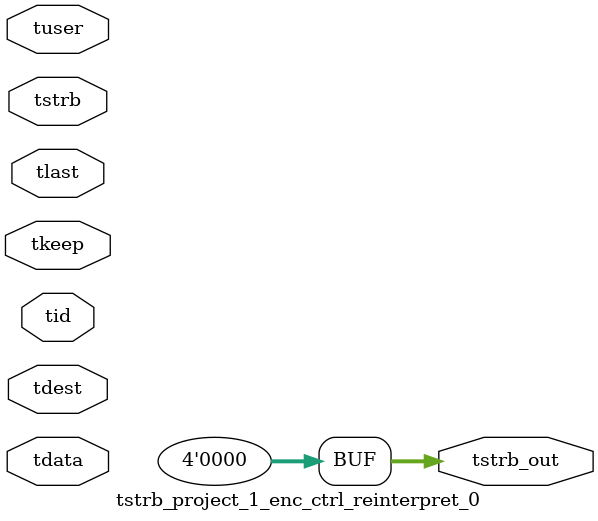
<source format=v>


`timescale 1ps/1ps

module tstrb_project_1_enc_ctrl_reinterpret_0 #
(
parameter C_S_AXIS_TDATA_WIDTH = 32,
parameter C_S_AXIS_TUSER_WIDTH = 0,
parameter C_S_AXIS_TID_WIDTH   = 0,
parameter C_S_AXIS_TDEST_WIDTH = 0,
parameter C_M_AXIS_TDATA_WIDTH = 32
)
(
input  [(C_S_AXIS_TDATA_WIDTH == 0 ? 1 : C_S_AXIS_TDATA_WIDTH)-1:0     ] tdata,
input  [(C_S_AXIS_TUSER_WIDTH == 0 ? 1 : C_S_AXIS_TUSER_WIDTH)-1:0     ] tuser,
input  [(C_S_AXIS_TID_WIDTH   == 0 ? 1 : C_S_AXIS_TID_WIDTH)-1:0       ] tid,
input  [(C_S_AXIS_TDEST_WIDTH == 0 ? 1 : C_S_AXIS_TDEST_WIDTH)-1:0     ] tdest,
input  [(C_S_AXIS_TDATA_WIDTH/8)-1:0 ] tkeep,
input  [(C_S_AXIS_TDATA_WIDTH/8)-1:0 ] tstrb,
input                                                                    tlast,
output [(C_M_AXIS_TDATA_WIDTH/8)-1:0 ] tstrb_out
);

assign tstrb_out = {1'b0};

endmodule


</source>
